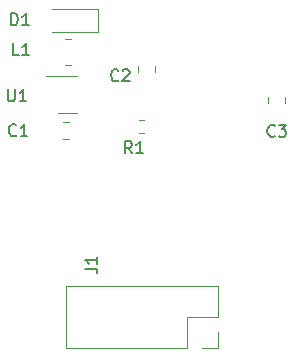
<source format=gbr>
%TF.GenerationSoftware,KiCad,Pcbnew,6.0.5+dfsg-1*%
%TF.CreationDate,2022-06-06T15:17:50+08:00*%
%TF.ProjectId,pcb-backbox,7063622d-6261-4636-9b62-6f782e6b6963,rev?*%
%TF.SameCoordinates,Original*%
%TF.FileFunction,Legend,Top*%
%TF.FilePolarity,Positive*%
%FSLAX46Y46*%
G04 Gerber Fmt 4.6, Leading zero omitted, Abs format (unit mm)*
G04 Created by KiCad (PCBNEW 6.0.5+dfsg-1) date 2022-06-06 15:17:50*
%MOMM*%
%LPD*%
G01*
G04 APERTURE LIST*
%ADD10C,0.150000*%
%ADD11C,0.120000*%
G04 APERTURE END LIST*
D10*
%TO.C,J1*%
X125752380Y-110233333D02*
X126466666Y-110233333D01*
X126609523Y-110280952D01*
X126704761Y-110376190D01*
X126752380Y-110519047D01*
X126752380Y-110614285D01*
X126752380Y-109233333D02*
X126752380Y-109804761D01*
X126752380Y-109519047D02*
X125752380Y-109519047D01*
X125895238Y-109614285D01*
X125990476Y-109709523D01*
X126038095Y-109804761D01*
%TO.C,C1*%
X119883333Y-98907142D02*
X119835714Y-98954761D01*
X119692857Y-99002380D01*
X119597619Y-99002380D01*
X119454761Y-98954761D01*
X119359523Y-98859523D01*
X119311904Y-98764285D01*
X119264285Y-98573809D01*
X119264285Y-98430952D01*
X119311904Y-98240476D01*
X119359523Y-98145238D01*
X119454761Y-98050000D01*
X119597619Y-98002380D01*
X119692857Y-98002380D01*
X119835714Y-98050000D01*
X119883333Y-98097619D01*
X120835714Y-99002380D02*
X120264285Y-99002380D01*
X120550000Y-99002380D02*
X120550000Y-98002380D01*
X120454761Y-98145238D01*
X120359523Y-98240476D01*
X120264285Y-98288095D01*
%TO.C,C3*%
X141783333Y-98957142D02*
X141735714Y-99004761D01*
X141592857Y-99052380D01*
X141497619Y-99052380D01*
X141354761Y-99004761D01*
X141259523Y-98909523D01*
X141211904Y-98814285D01*
X141164285Y-98623809D01*
X141164285Y-98480952D01*
X141211904Y-98290476D01*
X141259523Y-98195238D01*
X141354761Y-98100000D01*
X141497619Y-98052380D01*
X141592857Y-98052380D01*
X141735714Y-98100000D01*
X141783333Y-98147619D01*
X142116666Y-98052380D02*
X142735714Y-98052380D01*
X142402380Y-98433333D01*
X142545238Y-98433333D01*
X142640476Y-98480952D01*
X142688095Y-98528571D01*
X142735714Y-98623809D01*
X142735714Y-98861904D01*
X142688095Y-98957142D01*
X142640476Y-99004761D01*
X142545238Y-99052380D01*
X142259523Y-99052380D01*
X142164285Y-99004761D01*
X142116666Y-98957142D01*
%TO.C,C2*%
X128533333Y-94257142D02*
X128485714Y-94304761D01*
X128342857Y-94352380D01*
X128247619Y-94352380D01*
X128104761Y-94304761D01*
X128009523Y-94209523D01*
X127961904Y-94114285D01*
X127914285Y-93923809D01*
X127914285Y-93780952D01*
X127961904Y-93590476D01*
X128009523Y-93495238D01*
X128104761Y-93400000D01*
X128247619Y-93352380D01*
X128342857Y-93352380D01*
X128485714Y-93400000D01*
X128533333Y-93447619D01*
X128914285Y-93447619D02*
X128961904Y-93400000D01*
X129057142Y-93352380D01*
X129295238Y-93352380D01*
X129390476Y-93400000D01*
X129438095Y-93447619D01*
X129485714Y-93542857D01*
X129485714Y-93638095D01*
X129438095Y-93780952D01*
X128866666Y-94352380D01*
X129485714Y-94352380D01*
%TO.C,U1*%
X119188095Y-95052380D02*
X119188095Y-95861904D01*
X119235714Y-95957142D01*
X119283333Y-96004761D01*
X119378571Y-96052380D01*
X119569047Y-96052380D01*
X119664285Y-96004761D01*
X119711904Y-95957142D01*
X119759523Y-95861904D01*
X119759523Y-95052380D01*
X120759523Y-96052380D02*
X120188095Y-96052380D01*
X120473809Y-96052380D02*
X120473809Y-95052380D01*
X120378571Y-95195238D01*
X120283333Y-95290476D01*
X120188095Y-95338095D01*
%TO.C,L1*%
X120133333Y-92152380D02*
X119657142Y-92152380D01*
X119657142Y-91152380D01*
X120990476Y-92152380D02*
X120419047Y-92152380D01*
X120704761Y-92152380D02*
X120704761Y-91152380D01*
X120609523Y-91295238D01*
X120514285Y-91390476D01*
X120419047Y-91438095D01*
%TO.C,R1*%
X129683333Y-100452380D02*
X129350000Y-99976190D01*
X129111904Y-100452380D02*
X129111904Y-99452380D01*
X129492857Y-99452380D01*
X129588095Y-99500000D01*
X129635714Y-99547619D01*
X129683333Y-99642857D01*
X129683333Y-99785714D01*
X129635714Y-99880952D01*
X129588095Y-99928571D01*
X129492857Y-99976190D01*
X129111904Y-99976190D01*
X130635714Y-100452380D02*
X130064285Y-100452380D01*
X130350000Y-100452380D02*
X130350000Y-99452380D01*
X130254761Y-99595238D01*
X130159523Y-99690476D01*
X130064285Y-99738095D01*
%TO.C,D1*%
X119461904Y-89602380D02*
X119461904Y-88602380D01*
X119700000Y-88602380D01*
X119842857Y-88650000D01*
X119938095Y-88745238D01*
X119985714Y-88840476D01*
X120033333Y-89030952D01*
X120033333Y-89173809D01*
X119985714Y-89364285D01*
X119938095Y-89459523D01*
X119842857Y-89554761D01*
X119700000Y-89602380D01*
X119461904Y-89602380D01*
X120985714Y-89602380D02*
X120414285Y-89602380D01*
X120700000Y-89602380D02*
X120700000Y-88602380D01*
X120604761Y-88745238D01*
X120509523Y-88840476D01*
X120414285Y-88888095D01*
D11*
%TO.C,J1*%
X136960000Y-115590000D02*
X136960000Y-116920000D01*
X136960000Y-111720000D02*
X136960000Y-114320000D01*
X134360000Y-116920000D02*
X124140000Y-116920000D01*
X136960000Y-116920000D02*
X135630000Y-116920000D01*
X136960000Y-114320000D02*
X134360000Y-114320000D01*
X124140000Y-111720000D02*
X124140000Y-116920000D01*
X134360000Y-114320000D02*
X134360000Y-116920000D01*
X136960000Y-111720000D02*
X124140000Y-111720000D01*
%TO.C,C1*%
X124361252Y-99235000D02*
X123838748Y-99235000D01*
X124361252Y-97765000D02*
X123838748Y-97765000D01*
%TO.C,C3*%
X142685000Y-96211252D02*
X142685000Y-95688748D01*
X141215000Y-96211252D02*
X141215000Y-95688748D01*
%TO.C,C2*%
X131635000Y-93561252D02*
X131635000Y-93038748D01*
X130165000Y-93561252D02*
X130165000Y-93038748D01*
%TO.C,U1*%
X124250000Y-93940000D02*
X125050000Y-93940000D01*
X124250000Y-97060000D02*
X123450000Y-97060000D01*
X124250000Y-93940000D02*
X122450000Y-93940000D01*
X124250000Y-97060000D02*
X125050000Y-97060000D01*
%TO.C,L1*%
X124511252Y-90790000D02*
X123988748Y-90790000D01*
X124511252Y-93010000D02*
X123988748Y-93010000D01*
%TO.C,R1*%
X130737258Y-98722500D02*
X130262742Y-98722500D01*
X130737258Y-97677500D02*
X130262742Y-97677500D01*
%TO.C,D1*%
X126800000Y-90200000D02*
X122900000Y-90200000D01*
X126800000Y-90200000D02*
X126800000Y-88200000D01*
X126800000Y-88200000D02*
X122900000Y-88200000D01*
%TD*%
M02*

</source>
